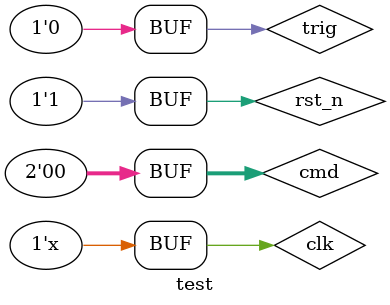
<source format=v>

`timescale 1ns/1ps

module test();
  reg clk,rst_n;
  
reg trig;
  

wire ready,wren;
  

wire [4:0] iph_idx;
  

wire [7:0] byte;
  

  


reg  [7:0] iph [19:0];
  reg [1:0] cmd;
  
  initial
  begin
    clk = 0;
    rst_n = 1'b1;
    trig = 0;
    cmd  = 0;
    #1 rst_n = 0;
    #7 rst_n = 1'b1;
    #2 trig =  1'd1;
    #8 trig = 0;
    
#160 cmd = 2;
    
#8  cmd = 0;
    
#160 trig  = 1;
    
#8  trig =  0;
    
#160 cmd = 1;
    
#8  cmd = 0;
    
#160 trig  = 1;
    
#8  trig =  0;
  end

  always #4 clk = ~clk;
  
  always@(posedge clk)
  begin
    if(wren)
      iph[iph_idx] <= byte;
  end
  
  
ip i0
(
	.i_clk(clk),
	.i_rst_n(rst_n),
	
.i_trig(trig),
	.i_data_length(16'd800),
	.i_ip0(8'd192),
	.i_ip1(8'd168),
	.i_ip2(8'd1),
	
.i_ip3(8'd253),
	.i_cmd(cmd),					
	.o_iph_idx(iph_idx),
	.o_iph_byte(byte),	
	.o_wr_iph_en(wren),
	.o_ready(ready)
);

endmodule


</source>
